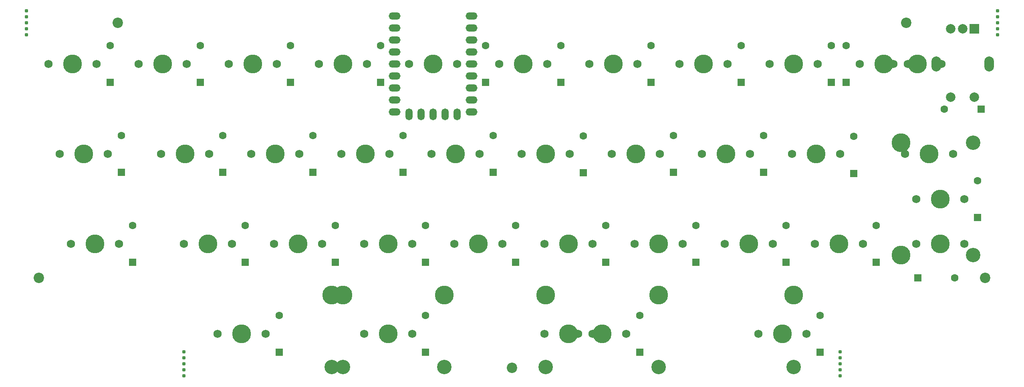
<source format=gbr>
%TF.GenerationSoftware,KiCad,Pcbnew,(7.0.0)*%
%TF.CreationDate,2023-08-24T19:00:58+02:00*%
%TF.ProjectId,QAZISOKLEWTFBBQ,51415a49-534f-44b4-9c45-575446424251,rev?*%
%TF.SameCoordinates,Original*%
%TF.FileFunction,Soldermask,Top*%
%TF.FilePolarity,Negative*%
%FSLAX46Y46*%
G04 Gerber Fmt 4.6, Leading zero omitted, Abs format (unit mm)*
G04 Created by KiCad (PCBNEW (7.0.0)) date 2023-08-24 19:00:58*
%MOMM*%
%LPD*%
G01*
G04 APERTURE LIST*
%ADD10C,1.750000*%
%ADD11C,3.987800*%
%ADD12R,1.600000X1.600000*%
%ADD13C,1.600000*%
%ADD14C,3.048000*%
%ADD15O,2.000000X3.200000*%
%ADD16R,2.000000X2.000000*%
%ADD17C,2.000000*%
%ADD18C,0.787400*%
%ADD19C,2.200000*%
%ADD20O,2.500000X1.500000*%
%ADD21O,1.500000X2.500000*%
G04 APERTURE END LIST*
D10*
%TO.C,MX10*%
X206851250Y-33337500D03*
D11*
X211931250Y-33337500D03*
D10*
X217011250Y-33337500D03*
%TD*%
D12*
%TO.C,D35*%
X211999999Y-78581249D03*
D13*
X219800000Y-78581250D03*
%TD*%
D12*
%TO.C,D12*%
X65087499Y-56287499D03*
D13*
X65087500Y-48487500D03*
%TD*%
D10*
%TO.C,MX18*%
X166370000Y-52387500D03*
D11*
X171450000Y-52387500D03*
D10*
X176530000Y-52387500D03*
%TD*%
D12*
%TO.C,D30*%
X76993749Y-94387499D03*
D13*
X76993750Y-86587500D03*
%TD*%
D12*
%TO.C,D27*%
X165099999Y-75337499D03*
D13*
X165100000Y-67537500D03*
%TD*%
D10*
%TO.C,MX19*%
X185420000Y-52387500D03*
D11*
X190500000Y-52387500D03*
D10*
X195580000Y-52387500D03*
%TD*%
D12*
%TO.C,D32*%
X153193749Y-94387499D03*
D13*
X153193750Y-86587500D03*
%TD*%
D10*
%TO.C,MX27*%
X152082500Y-71437500D03*
D11*
X157162500Y-71437500D03*
D10*
X162242500Y-71437500D03*
%TD*%
D12*
%TO.C,D16*%
X141287499Y-56356249D03*
D13*
X141287500Y-48556250D03*
%TD*%
D11*
%TO.C,S3*%
X208438750Y-50006250D03*
X208438750Y-73818750D03*
D14*
X223678750Y-50006250D03*
X223678750Y-73818750D03*
%TD*%
D10*
%TO.C,MX23*%
X75882500Y-71437500D03*
D11*
X80962500Y-71437500D03*
D10*
X86042500Y-71437500D03*
%TD*%
D12*
%TO.C,D21*%
X46037499Y-75337499D03*
D13*
X46037500Y-67537500D03*
%TD*%
D15*
%TO.C,SW1*%
X227056249Y-33337499D03*
X215856249Y-33337499D03*
D16*
X223956249Y-25837499D03*
D17*
X218956250Y-25837500D03*
X221456250Y-25837500D03*
X218956250Y-40337500D03*
X223956250Y-40337500D03*
%TD*%
D10*
%TO.C,MX16*%
X128270000Y-52387500D03*
D11*
X133350000Y-52387500D03*
D10*
X138430000Y-52387500D03*
%TD*%
%TO.C,MX20*%
X211613750Y-61912500D03*
D11*
X216693750Y-61912500D03*
D10*
X221773750Y-61912500D03*
%TD*%
D12*
%TO.C,D33*%
X191293749Y-94387499D03*
D13*
X191293750Y-86587500D03*
%TD*%
D12*
%TO.C,D34*%
X225356249Y-42862499D03*
D13*
X217556250Y-42862500D03*
%TD*%
D18*
%TO.C,REF\u002A\u002A*%
X195516500Y-94297500D03*
X195516500Y-95567500D03*
X195516500Y-96837500D03*
X195516500Y-98107500D03*
X195516500Y-99377500D03*
%TD*%
D12*
%TO.C,D28*%
X184149999Y-75337499D03*
D13*
X184150000Y-67537500D03*
%TD*%
D10*
%TO.C,MX29*%
X190182500Y-71437500D03*
D11*
X195262500Y-71437500D03*
D10*
X200342500Y-71437500D03*
%TD*%
%TO.C,MX32*%
X140176250Y-90487500D03*
D11*
X145256250Y-90487500D03*
D10*
X150336250Y-90487500D03*
%TD*%
D12*
%TO.C,D31*%
X107949999Y-94387499D03*
D13*
X107950000Y-86587500D03*
%TD*%
D10*
%TO.C,MX4*%
X85407500Y-33337500D03*
D11*
X90487500Y-33337500D03*
D10*
X95567500Y-33337500D03*
%TD*%
D14*
%TO.C,S4*%
X185737500Y-97472500D03*
D11*
X185737500Y-82232500D03*
D14*
X90487500Y-97472500D03*
D11*
X90487500Y-82232500D03*
%TD*%
D12*
%TO.C,D17*%
X160337499Y-56287499D03*
D13*
X160337500Y-48487500D03*
%TD*%
D10*
%TO.C,MX36*%
X133032500Y-90487500D03*
D11*
X138112500Y-90487500D03*
D10*
X143192500Y-90487500D03*
%TD*%
%TO.C,MX31*%
X94932500Y-90487500D03*
D11*
X100012500Y-90487500D03*
D10*
X105092500Y-90487500D03*
%TD*%
D18*
%TO.C,REF\u002A\u002A*%
X228854000Y-22066250D03*
X228854000Y-23336250D03*
X228854000Y-24606250D03*
X228854000Y-25876250D03*
X228854000Y-27146250D03*
%TD*%
D12*
%TO.C,D6*%
X136524999Y-37237499D03*
D13*
X136525000Y-29437500D03*
%TD*%
D12*
%TO.C,D9*%
X193674999Y-37237499D03*
D13*
X193675000Y-29437500D03*
%TD*%
D12*
%TO.C,D26*%
X146049999Y-75337499D03*
D13*
X146050000Y-67537500D03*
%TD*%
D10*
%TO.C,MX14*%
X90170000Y-52387500D03*
D11*
X95250000Y-52387500D03*
D10*
X100330000Y-52387500D03*
%TD*%
D14*
%TO.C,S2*%
X157162500Y-97472500D03*
D11*
X157162500Y-82232500D03*
D14*
X133350000Y-97472500D03*
D11*
X133350000Y-82232500D03*
%TD*%
D12*
%TO.C,D20*%
X224631249Y-65812499D03*
D13*
X224631250Y-58012500D03*
%TD*%
D10*
%TO.C,MX13*%
X71120000Y-52387500D03*
D11*
X76200000Y-52387500D03*
D10*
X81280000Y-52387500D03*
%TD*%
D12*
%TO.C,D23*%
X88899999Y-75337499D03*
D13*
X88900000Y-67537500D03*
%TD*%
D12*
%TO.C,D18*%
X179387499Y-56287499D03*
D13*
X179387500Y-48487500D03*
%TD*%
D10*
%TO.C,MX30*%
X63976250Y-90487500D03*
D11*
X69056250Y-90487500D03*
D10*
X74136250Y-90487500D03*
%TD*%
%TO.C,MX15*%
X109220000Y-52387500D03*
D11*
X114300000Y-52387500D03*
D10*
X119380000Y-52387500D03*
%TD*%
D12*
%TO.C,D5*%
X120649999Y-37237499D03*
D13*
X120650000Y-29437500D03*
%TD*%
D10*
%TO.C,MX22*%
X56832500Y-71437500D03*
D11*
X61912500Y-71437500D03*
D10*
X66992500Y-71437500D03*
%TD*%
%TO.C,MX3*%
X66357500Y-33337500D03*
D11*
X71437500Y-33337500D03*
D10*
X76517500Y-33337500D03*
%TD*%
D12*
%TO.C,D24*%
X107949999Y-75337499D03*
D13*
X107950000Y-67537500D03*
%TD*%
D12*
%TO.C,D4*%
X98424999Y-37237499D03*
D13*
X98425000Y-29437500D03*
%TD*%
D10*
%TO.C,MX12*%
X52070000Y-52387500D03*
D11*
X57150000Y-52387500D03*
D10*
X62230000Y-52387500D03*
%TD*%
D12*
%TO.C,D11*%
X43656249Y-56287499D03*
D13*
X43656250Y-48487500D03*
%TD*%
D10*
%TO.C,MX1*%
X28257500Y-33337500D03*
D11*
X33337500Y-33337500D03*
D10*
X38417500Y-33337500D03*
%TD*%
%TO.C,MX17*%
X147320000Y-52387500D03*
D11*
X152400000Y-52387500D03*
D10*
X157480000Y-52387500D03*
%TD*%
D12*
%TO.C,D19*%
X198437499Y-56474999D03*
D13*
X198437500Y-48675000D03*
%TD*%
D10*
%TO.C,MX37*%
X211613750Y-71437500D03*
D11*
X216693750Y-71437500D03*
D10*
X221773750Y-71437500D03*
%TD*%
D12*
%TO.C,D8*%
X174624999Y-37237499D03*
D13*
X174625000Y-29437500D03*
%TD*%
D10*
%TO.C,MX2*%
X47307500Y-33337500D03*
D11*
X52387500Y-33337500D03*
D10*
X57467500Y-33337500D03*
%TD*%
%TO.C,MX35*%
X209232500Y-52387500D03*
D11*
X214312500Y-52387500D03*
D10*
X219392500Y-52387500D03*
%TD*%
%TO.C,MX11*%
X30638750Y-52387500D03*
D11*
X35718750Y-52387500D03*
D10*
X40798750Y-52387500D03*
%TD*%
D18*
%TO.C,REF\u002A\u002A*%
X56896000Y-99377500D03*
X56896000Y-98107500D03*
X56896000Y-96837500D03*
X56896000Y-95567500D03*
X56896000Y-94297500D03*
%TD*%
D10*
%TO.C,MX24*%
X94932500Y-71437500D03*
D11*
X100012500Y-71437500D03*
D10*
X105092500Y-71437500D03*
%TD*%
D12*
%TO.C,D29*%
X203199999Y-75337499D03*
D13*
X203200000Y-67537500D03*
%TD*%
D12*
%TO.C,D15*%
X122237499Y-56287499D03*
D13*
X122237500Y-48487500D03*
%TD*%
D10*
%TO.C,MX25*%
X113982500Y-71437500D03*
D11*
X119062500Y-71437500D03*
D10*
X124142500Y-71437500D03*
%TD*%
%TO.C,MX9*%
X180657500Y-33337500D03*
D11*
X185737500Y-33337500D03*
D10*
X190817500Y-33337500D03*
%TD*%
%TO.C,MX5*%
X104457500Y-33337500D03*
D11*
X109537500Y-33337500D03*
D10*
X114617500Y-33337500D03*
%TD*%
%TO.C,MX26*%
X133032500Y-71437500D03*
D11*
X138112500Y-71437500D03*
D10*
X143192500Y-71437500D03*
%TD*%
%TO.C,MX7*%
X142557500Y-33337500D03*
D11*
X147637500Y-33337500D03*
D10*
X152717500Y-33337500D03*
%TD*%
D12*
%TO.C,D25*%
X126999999Y-75337499D03*
D13*
X127000000Y-67537500D03*
%TD*%
D10*
%TO.C,MX33*%
X178276250Y-90487500D03*
D11*
X183356250Y-90487500D03*
D10*
X188436250Y-90487500D03*
%TD*%
D12*
%TO.C,D22*%
X69849999Y-75337499D03*
D13*
X69850000Y-67537500D03*
%TD*%
D10*
%TO.C,MX28*%
X171132500Y-71437500D03*
D11*
X176212500Y-71437500D03*
D10*
X181292500Y-71437500D03*
%TD*%
D12*
%TO.C,D14*%
X103187499Y-56287499D03*
D13*
X103187500Y-48487500D03*
%TD*%
D10*
%TO.C,MX21*%
X33020000Y-71437500D03*
D11*
X38100000Y-71437500D03*
D10*
X43180000Y-71437500D03*
%TD*%
D12*
%TO.C,D2*%
X60324999Y-37237499D03*
D13*
X60325000Y-29437500D03*
%TD*%
D10*
%TO.C,MX34*%
X199707500Y-33337500D03*
D11*
X204787500Y-33337500D03*
D10*
X209867500Y-33337500D03*
%TD*%
%TO.C,MX8*%
X161607500Y-33337500D03*
D11*
X166687500Y-33337500D03*
D10*
X171767500Y-33337500D03*
%TD*%
D12*
%TO.C,D1*%
X41274999Y-37237499D03*
D13*
X41275000Y-29437500D03*
%TD*%
D12*
%TO.C,D10*%
X196849999Y-37237499D03*
D13*
X196850000Y-29437500D03*
%TD*%
D12*
%TO.C,D7*%
X155574999Y-37237499D03*
D13*
X155575000Y-29437500D03*
%TD*%
D18*
%TO.C,REF\u002A\u002A*%
X23558500Y-27146250D03*
X23558500Y-25876250D03*
X23558500Y-24606250D03*
X23558500Y-23336250D03*
X23558500Y-22066250D03*
%TD*%
D12*
%TO.C,D3*%
X79374999Y-37237499D03*
D13*
X79375000Y-29437500D03*
%TD*%
D10*
%TO.C,MX6*%
X123507500Y-33337500D03*
D11*
X128587500Y-33337500D03*
D10*
X133667500Y-33337500D03*
%TD*%
D14*
%TO.C,S1*%
X111918750Y-97472500D03*
D11*
X111918750Y-82232500D03*
D14*
X88106250Y-97472500D03*
D11*
X88106250Y-82232500D03*
%TD*%
D12*
%TO.C,D13*%
X84137499Y-56287499D03*
D13*
X84137500Y-48487500D03*
%TD*%
D19*
%TO.C,H2*%
X209550000Y-24606250D03*
%TD*%
%TO.C,H4*%
X126206250Y-97631250D03*
%TD*%
%TO.C,H5*%
X226218750Y-78581250D03*
%TD*%
%TO.C,H1*%
X42862500Y-24606250D03*
%TD*%
%TO.C,H3*%
X26193750Y-78581250D03*
%TD*%
D20*
%TO.C,RZ1*%
X101417499Y-23177499D03*
X101417499Y-25717499D03*
X101417499Y-28257499D03*
X101417499Y-30797499D03*
X101417499Y-33337499D03*
X101417499Y-35877499D03*
X101417499Y-38417499D03*
X101417499Y-40957499D03*
X101417499Y-43497499D03*
D21*
X104457499Y-43997499D03*
X106997499Y-43997499D03*
X109537499Y-43997499D03*
X112077499Y-43997499D03*
X114617499Y-43997499D03*
D20*
X117657499Y-43497499D03*
X117657499Y-40957499D03*
X117657499Y-38417499D03*
X117657499Y-35877499D03*
X117657499Y-33337499D03*
X117657499Y-30797499D03*
X117657499Y-28257499D03*
X117657499Y-25717499D03*
X117657499Y-23177499D03*
%TD*%
M02*

</source>
